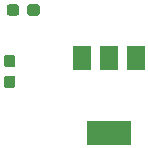
<source format=gtp>
G04 #@! TF.GenerationSoftware,KiCad,Pcbnew,(5.0.2)-1*
G04 #@! TF.CreationDate,2019-03-03T23:17:22+08:00*
G04 #@! TF.ProjectId,pcbtest-nrf24_breakout,70636274-6573-4742-9d6e-726632345f62,rev?*
G04 #@! TF.SameCoordinates,Original*
G04 #@! TF.FileFunction,Paste,Top*
G04 #@! TF.FilePolarity,Positive*
%FSLAX46Y46*%
G04 Gerber Fmt 4.6, Leading zero omitted, Abs format (unit mm)*
G04 Created by KiCad (PCBNEW (5.0.2)-1) date 03-Mar-19 11:17:22 PM*
%MOMM*%
%LPD*%
G01*
G04 APERTURE LIST*
%ADD10C,0.100000*%
%ADD11C,0.950000*%
%ADD12R,3.800000X2.000000*%
%ADD13R,1.500000X2.000000*%
G04 APERTURE END LIST*
D10*
G04 #@! TO.C,C1*
G36*
X113354779Y-79663144D02*
X113377834Y-79666563D01*
X113400443Y-79672227D01*
X113422387Y-79680079D01*
X113443457Y-79690044D01*
X113463448Y-79702026D01*
X113482168Y-79715910D01*
X113499438Y-79731562D01*
X113515090Y-79748832D01*
X113528974Y-79767552D01*
X113540956Y-79787543D01*
X113550921Y-79808613D01*
X113558773Y-79830557D01*
X113564437Y-79853166D01*
X113567856Y-79876221D01*
X113569000Y-79899500D01*
X113569000Y-80374500D01*
X113567856Y-80397779D01*
X113564437Y-80420834D01*
X113558773Y-80443443D01*
X113550921Y-80465387D01*
X113540956Y-80486457D01*
X113528974Y-80506448D01*
X113515090Y-80525168D01*
X113499438Y-80542438D01*
X113482168Y-80558090D01*
X113463448Y-80571974D01*
X113443457Y-80583956D01*
X113422387Y-80593921D01*
X113400443Y-80601773D01*
X113377834Y-80607437D01*
X113354779Y-80610856D01*
X113331500Y-80612000D01*
X112756500Y-80612000D01*
X112733221Y-80610856D01*
X112710166Y-80607437D01*
X112687557Y-80601773D01*
X112665613Y-80593921D01*
X112644543Y-80583956D01*
X112624552Y-80571974D01*
X112605832Y-80558090D01*
X112588562Y-80542438D01*
X112572910Y-80525168D01*
X112559026Y-80506448D01*
X112547044Y-80486457D01*
X112537079Y-80465387D01*
X112529227Y-80443443D01*
X112523563Y-80420834D01*
X112520144Y-80397779D01*
X112519000Y-80374500D01*
X112519000Y-79899500D01*
X112520144Y-79876221D01*
X112523563Y-79853166D01*
X112529227Y-79830557D01*
X112537079Y-79808613D01*
X112547044Y-79787543D01*
X112559026Y-79767552D01*
X112572910Y-79748832D01*
X112588562Y-79731562D01*
X112605832Y-79715910D01*
X112624552Y-79702026D01*
X112644543Y-79690044D01*
X112665613Y-79680079D01*
X112687557Y-79672227D01*
X112710166Y-79666563D01*
X112733221Y-79663144D01*
X112756500Y-79662000D01*
X113331500Y-79662000D01*
X113354779Y-79663144D01*
X113354779Y-79663144D01*
G37*
D11*
X113044000Y-80137000D03*
D10*
G36*
X115104779Y-79663144D02*
X115127834Y-79666563D01*
X115150443Y-79672227D01*
X115172387Y-79680079D01*
X115193457Y-79690044D01*
X115213448Y-79702026D01*
X115232168Y-79715910D01*
X115249438Y-79731562D01*
X115265090Y-79748832D01*
X115278974Y-79767552D01*
X115290956Y-79787543D01*
X115300921Y-79808613D01*
X115308773Y-79830557D01*
X115314437Y-79853166D01*
X115317856Y-79876221D01*
X115319000Y-79899500D01*
X115319000Y-80374500D01*
X115317856Y-80397779D01*
X115314437Y-80420834D01*
X115308773Y-80443443D01*
X115300921Y-80465387D01*
X115290956Y-80486457D01*
X115278974Y-80506448D01*
X115265090Y-80525168D01*
X115249438Y-80542438D01*
X115232168Y-80558090D01*
X115213448Y-80571974D01*
X115193457Y-80583956D01*
X115172387Y-80593921D01*
X115150443Y-80601773D01*
X115127834Y-80607437D01*
X115104779Y-80610856D01*
X115081500Y-80612000D01*
X114506500Y-80612000D01*
X114483221Y-80610856D01*
X114460166Y-80607437D01*
X114437557Y-80601773D01*
X114415613Y-80593921D01*
X114394543Y-80583956D01*
X114374552Y-80571974D01*
X114355832Y-80558090D01*
X114338562Y-80542438D01*
X114322910Y-80525168D01*
X114309026Y-80506448D01*
X114297044Y-80486457D01*
X114287079Y-80465387D01*
X114279227Y-80443443D01*
X114273563Y-80420834D01*
X114270144Y-80397779D01*
X114269000Y-80374500D01*
X114269000Y-79899500D01*
X114270144Y-79876221D01*
X114273563Y-79853166D01*
X114279227Y-79830557D01*
X114287079Y-79808613D01*
X114297044Y-79787543D01*
X114309026Y-79767552D01*
X114322910Y-79748832D01*
X114338562Y-79731562D01*
X114355832Y-79715910D01*
X114374552Y-79702026D01*
X114394543Y-79690044D01*
X114415613Y-79680079D01*
X114437557Y-79672227D01*
X114460166Y-79666563D01*
X114483221Y-79663144D01*
X114506500Y-79662000D01*
X115081500Y-79662000D01*
X115104779Y-79663144D01*
X115104779Y-79663144D01*
G37*
D11*
X114794000Y-80137000D03*
G04 #@! TD*
D10*
G04 #@! TO.C,C2*
G36*
X113036779Y-83945144D02*
X113059834Y-83948563D01*
X113082443Y-83954227D01*
X113104387Y-83962079D01*
X113125457Y-83972044D01*
X113145448Y-83984026D01*
X113164168Y-83997910D01*
X113181438Y-84013562D01*
X113197090Y-84030832D01*
X113210974Y-84049552D01*
X113222956Y-84069543D01*
X113232921Y-84090613D01*
X113240773Y-84112557D01*
X113246437Y-84135166D01*
X113249856Y-84158221D01*
X113251000Y-84181500D01*
X113251000Y-84756500D01*
X113249856Y-84779779D01*
X113246437Y-84802834D01*
X113240773Y-84825443D01*
X113232921Y-84847387D01*
X113222956Y-84868457D01*
X113210974Y-84888448D01*
X113197090Y-84907168D01*
X113181438Y-84924438D01*
X113164168Y-84940090D01*
X113145448Y-84953974D01*
X113125457Y-84965956D01*
X113104387Y-84975921D01*
X113082443Y-84983773D01*
X113059834Y-84989437D01*
X113036779Y-84992856D01*
X113013500Y-84994000D01*
X112538500Y-84994000D01*
X112515221Y-84992856D01*
X112492166Y-84989437D01*
X112469557Y-84983773D01*
X112447613Y-84975921D01*
X112426543Y-84965956D01*
X112406552Y-84953974D01*
X112387832Y-84940090D01*
X112370562Y-84924438D01*
X112354910Y-84907168D01*
X112341026Y-84888448D01*
X112329044Y-84868457D01*
X112319079Y-84847387D01*
X112311227Y-84825443D01*
X112305563Y-84802834D01*
X112302144Y-84779779D01*
X112301000Y-84756500D01*
X112301000Y-84181500D01*
X112302144Y-84158221D01*
X112305563Y-84135166D01*
X112311227Y-84112557D01*
X112319079Y-84090613D01*
X112329044Y-84069543D01*
X112341026Y-84049552D01*
X112354910Y-84030832D01*
X112370562Y-84013562D01*
X112387832Y-83997910D01*
X112406552Y-83984026D01*
X112426543Y-83972044D01*
X112447613Y-83962079D01*
X112469557Y-83954227D01*
X112492166Y-83948563D01*
X112515221Y-83945144D01*
X112538500Y-83944000D01*
X113013500Y-83944000D01*
X113036779Y-83945144D01*
X113036779Y-83945144D01*
G37*
D11*
X112776000Y-84469000D03*
D10*
G36*
X113036779Y-85695144D02*
X113059834Y-85698563D01*
X113082443Y-85704227D01*
X113104387Y-85712079D01*
X113125457Y-85722044D01*
X113145448Y-85734026D01*
X113164168Y-85747910D01*
X113181438Y-85763562D01*
X113197090Y-85780832D01*
X113210974Y-85799552D01*
X113222956Y-85819543D01*
X113232921Y-85840613D01*
X113240773Y-85862557D01*
X113246437Y-85885166D01*
X113249856Y-85908221D01*
X113251000Y-85931500D01*
X113251000Y-86506500D01*
X113249856Y-86529779D01*
X113246437Y-86552834D01*
X113240773Y-86575443D01*
X113232921Y-86597387D01*
X113222956Y-86618457D01*
X113210974Y-86638448D01*
X113197090Y-86657168D01*
X113181438Y-86674438D01*
X113164168Y-86690090D01*
X113145448Y-86703974D01*
X113125457Y-86715956D01*
X113104387Y-86725921D01*
X113082443Y-86733773D01*
X113059834Y-86739437D01*
X113036779Y-86742856D01*
X113013500Y-86744000D01*
X112538500Y-86744000D01*
X112515221Y-86742856D01*
X112492166Y-86739437D01*
X112469557Y-86733773D01*
X112447613Y-86725921D01*
X112426543Y-86715956D01*
X112406552Y-86703974D01*
X112387832Y-86690090D01*
X112370562Y-86674438D01*
X112354910Y-86657168D01*
X112341026Y-86638448D01*
X112329044Y-86618457D01*
X112319079Y-86597387D01*
X112311227Y-86575443D01*
X112305563Y-86552834D01*
X112302144Y-86529779D01*
X112301000Y-86506500D01*
X112301000Y-85931500D01*
X112302144Y-85908221D01*
X112305563Y-85885166D01*
X112311227Y-85862557D01*
X112319079Y-85840613D01*
X112329044Y-85819543D01*
X112341026Y-85799552D01*
X112354910Y-85780832D01*
X112370562Y-85763562D01*
X112387832Y-85747910D01*
X112406552Y-85734026D01*
X112426543Y-85722044D01*
X112447613Y-85712079D01*
X112469557Y-85704227D01*
X112492166Y-85698563D01*
X112515221Y-85695144D01*
X112538500Y-85694000D01*
X113013500Y-85694000D01*
X113036779Y-85695144D01*
X113036779Y-85695144D01*
G37*
D11*
X112776000Y-86219000D03*
G04 #@! TD*
D12*
G04 #@! TO.C,U2*
X121158000Y-90526000D03*
D13*
X121158000Y-84226000D03*
X118858000Y-84226000D03*
X123458000Y-84226000D03*
G04 #@! TD*
M02*

</source>
